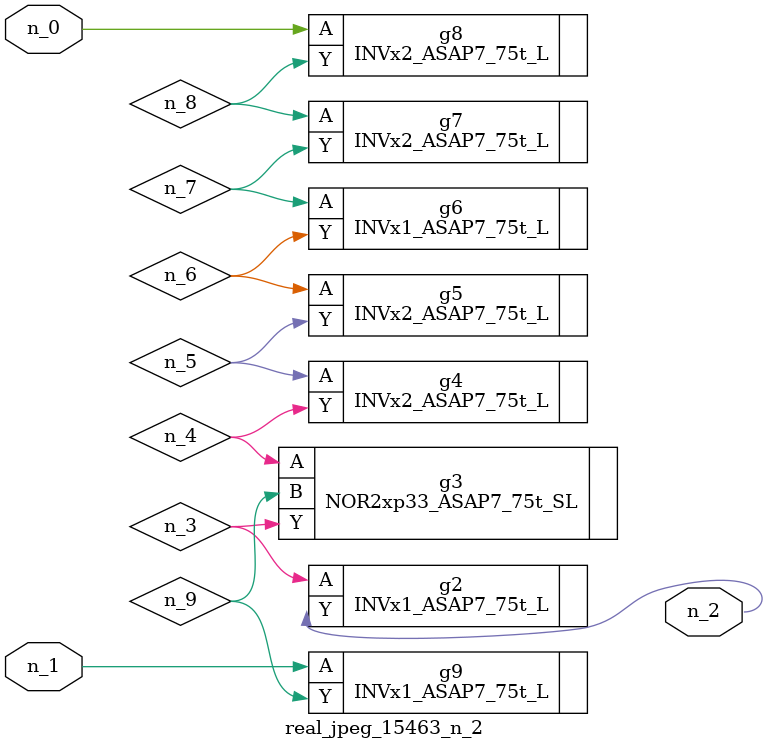
<source format=v>
module real_jpeg_15463_n_2 (n_1, n_0, n_2);

input n_1;
input n_0;

output n_2;

wire n_5;
wire n_4;
wire n_8;
wire n_6;
wire n_7;
wire n_3;
wire n_9;

INVx2_ASAP7_75t_L g8 ( 
.A(n_0),
.Y(n_8)
);

INVx1_ASAP7_75t_L g9 ( 
.A(n_1),
.Y(n_9)
);

INVx1_ASAP7_75t_L g2 ( 
.A(n_3),
.Y(n_2)
);

NOR2xp33_ASAP7_75t_SL g3 ( 
.A(n_4),
.B(n_9),
.Y(n_3)
);

INVx2_ASAP7_75t_L g4 ( 
.A(n_5),
.Y(n_4)
);

INVx2_ASAP7_75t_L g5 ( 
.A(n_6),
.Y(n_5)
);

INVx1_ASAP7_75t_L g6 ( 
.A(n_7),
.Y(n_6)
);

INVx2_ASAP7_75t_L g7 ( 
.A(n_8),
.Y(n_7)
);


endmodule
</source>
